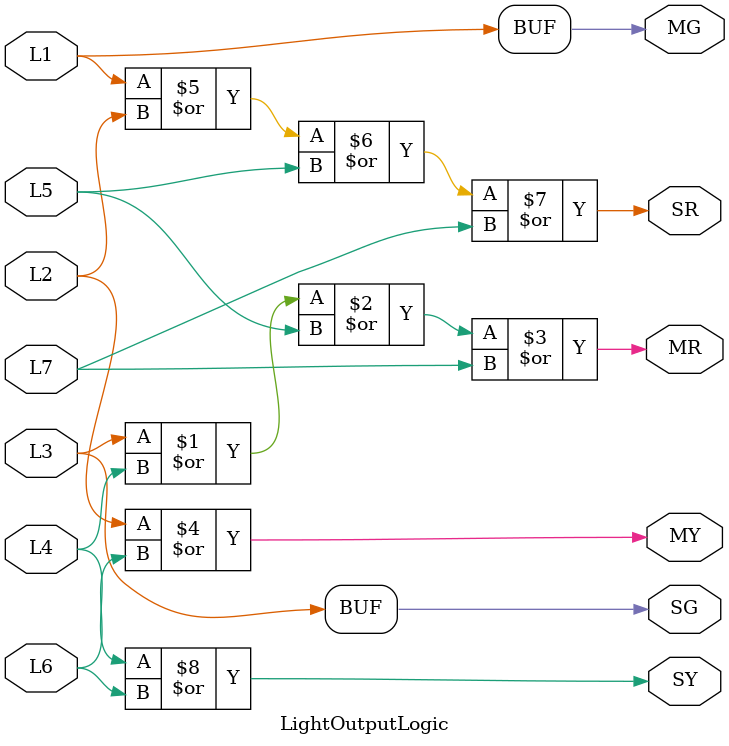
<source format=v>
`timescale 1ns / 1ps


module LightOutputLogic(L1, L2, L3, L4, L5, L6, L7, MR, MY, MG, SR, SY, SG);
   input   L1;
   input   L2;
   input   L3;
   input   L4;
   input   L5;
   input   L6;
   input   L7;
   output  MR;
   output  MY;
   output  MG;
   output  SR;
   output  SY;
   output  SG;
   
   assign MR = L3 | L4 | L5 | L7;
   assign MY = L2 | L6;
   assign MG = L1;
   assign SR = L1 | L2 | L5 | L7;
   assign SY = L4 | L6;
   assign SG = L3;
   
endmodule

</source>
